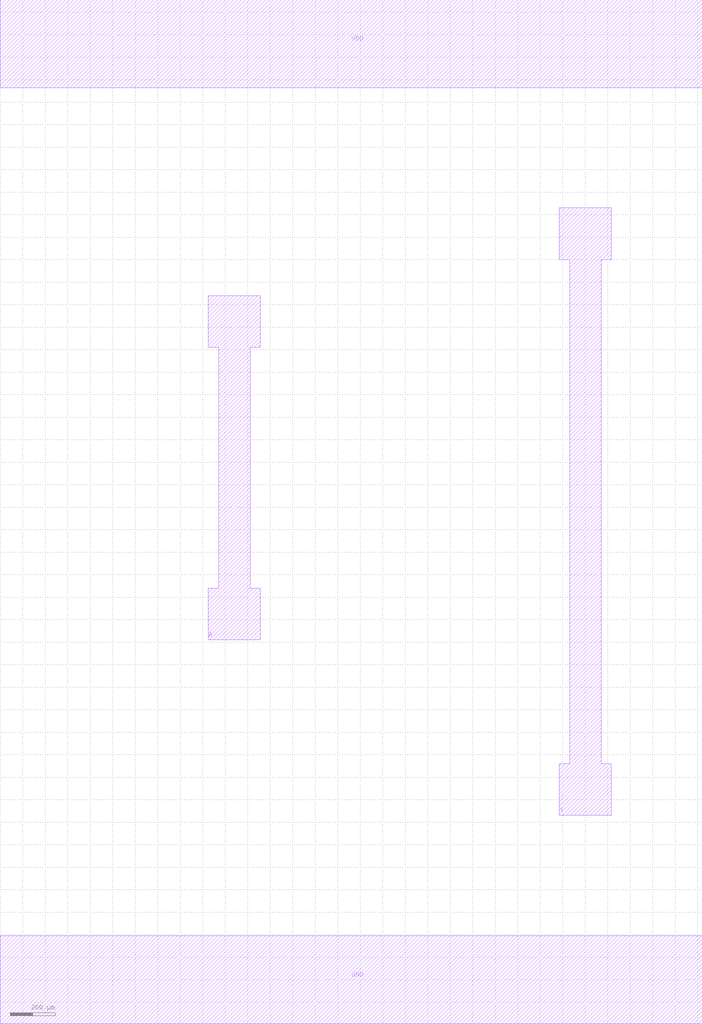
<source format=lef>
MACRO BUFX2
 CLASS CORE ;
 ORIGIN 0 0 ;
 FOREIGN BUFX2 0 0 ;
 SITE CORE ;
 SYMMETRY X Y R90 ;
  PIN VDD
   DIRECTION INOUT ;
   USE SIGNAL ;
   SHAPE ABUTMENT ;
    PORT
     CLASS CORE ;
       LAYER metal2 ;
        RECT 0.00000000 3965.00000000 3120.00000000 4355.00000000 ;
    END
  END VDD

  PIN GND
   DIRECTION INOUT ;
   USE SIGNAL ;
   SHAPE ABUTMENT ;
    PORT
     CLASS CORE ;
       LAYER metal2 ;
        RECT 0.00000000 -195.00000000 3120.00000000 195.00000000 ;
    END
  END GND

  PIN Y
   DIRECTION INOUT ;
   USE SIGNAL ;
   SHAPE ABUTMENT ;
    PORT
     CLASS CORE ;
       LAYER metal2 ;
        POLYGON 2485.00000000 730.00000000 2485.00000000 960.00000000 2530.00000000 960.00000000 2530.00000000 3200.00000000 2485.00000000 3200.00000000 2485.00000000 3430.00000000 2715.00000000 3430.00000000 2715.00000000 3200.00000000 2670.00000000 3200.00000000 2670.00000000 960.00000000 2715.00000000 960.00000000 2715.00000000 730.00000000 ;
    END
  END Y

  PIN A
   DIRECTION INOUT ;
   USE SIGNAL ;
   SHAPE ABUTMENT ;
    PORT
     CLASS CORE ;
       LAYER metal2 ;
        POLYGON 925.00000000 1510.00000000 925.00000000 1740.00000000 970.00000000 1740.00000000 970.00000000 2810.00000000 925.00000000 2810.00000000 925.00000000 3040.00000000 1155.00000000 3040.00000000 1155.00000000 2810.00000000 1110.00000000 2810.00000000 1110.00000000 1740.00000000 1155.00000000 1740.00000000 1155.00000000 1510.00000000 ;
    END
  END A


END BUFX2

</source>
